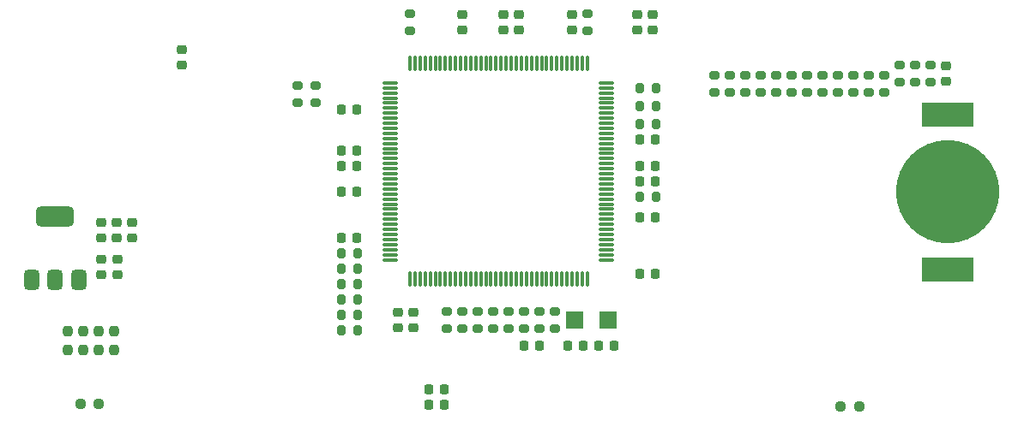
<source format=gbr>
%TF.GenerationSoftware,KiCad,Pcbnew,8.0.4*%
%TF.CreationDate,2024-08-16T16:49:31-07:00*%
%TF.ProjectId,SEWER,53455745-522e-46b6-9963-61645f706362,0*%
%TF.SameCoordinates,Original*%
%TF.FileFunction,Paste,Top*%
%TF.FilePolarity,Positive*%
%FSLAX46Y46*%
G04 Gerber Fmt 4.6, Leading zero omitted, Abs format (unit mm)*
G04 Created by KiCad (PCBNEW 8.0.4) date 2024-08-16 16:49:31*
%MOMM*%
%LPD*%
G01*
G04 APERTURE LIST*
G04 Aperture macros list*
%AMRoundRect*
0 Rectangle with rounded corners*
0 $1 Rounding radius*
0 $2 $3 $4 $5 $6 $7 $8 $9 X,Y pos of 4 corners*
0 Add a 4 corners polygon primitive as box body*
4,1,4,$2,$3,$4,$5,$6,$7,$8,$9,$2,$3,0*
0 Add four circle primitives for the rounded corners*
1,1,$1+$1,$2,$3*
1,1,$1+$1,$4,$5*
1,1,$1+$1,$6,$7*
1,1,$1+$1,$8,$9*
0 Add four rect primitives between the rounded corners*
20,1,$1+$1,$2,$3,$4,$5,0*
20,1,$1+$1,$4,$5,$6,$7,0*
20,1,$1+$1,$6,$7,$8,$9,0*
20,1,$1+$1,$8,$9,$2,$3,0*%
G04 Aperture macros list end*
%ADD10RoundRect,0.225000X0.225000X0.250000X-0.225000X0.250000X-0.225000X-0.250000X0.225000X-0.250000X0*%
%ADD11RoundRect,0.225000X0.250000X-0.225000X0.250000X0.225000X-0.250000X0.225000X-0.250000X-0.225000X0*%
%ADD12RoundRect,0.200000X-0.275000X0.200000X-0.275000X-0.200000X0.275000X-0.200000X0.275000X0.200000X0*%
%ADD13RoundRect,0.200000X0.200000X0.275000X-0.200000X0.275000X-0.200000X-0.275000X0.200000X-0.275000X0*%
%ADD14RoundRect,0.225000X-0.250000X0.225000X-0.250000X-0.225000X0.250000X-0.225000X0.250000X0.225000X0*%
%ADD15RoundRect,0.237500X0.237500X-0.250000X0.237500X0.250000X-0.237500X0.250000X-0.237500X-0.250000X0*%
%ADD16RoundRect,0.225000X-0.225000X-0.250000X0.225000X-0.250000X0.225000X0.250000X-0.225000X0.250000X0*%
%ADD17R,1.750000X1.800000*%
%ADD18RoundRect,0.200000X0.275000X-0.200000X0.275000X0.200000X-0.275000X0.200000X-0.275000X-0.200000X0*%
%ADD19RoundRect,0.200000X-0.200000X-0.275000X0.200000X-0.275000X0.200000X0.275000X-0.200000X0.275000X0*%
%ADD20RoundRect,0.237500X-0.250000X-0.237500X0.250000X-0.237500X0.250000X0.237500X-0.250000X0.237500X0*%
%ADD21R,5.105400X2.489200*%
%ADD22C,10.210800*%
%ADD23RoundRect,0.237500X0.250000X0.237500X-0.250000X0.237500X-0.250000X-0.237500X0.250000X-0.237500X0*%
%ADD24RoundRect,0.075000X-0.662500X-0.075000X0.662500X-0.075000X0.662500X0.075000X-0.662500X0.075000X0*%
%ADD25RoundRect,0.075000X-0.075000X-0.662500X0.075000X-0.662500X0.075000X0.662500X-0.075000X0.662500X0*%
%ADD26RoundRect,0.375000X0.375000X-0.625000X0.375000X0.625000X-0.375000X0.625000X-0.375000X-0.625000X0*%
%ADD27RoundRect,0.500000X1.400000X-0.500000X1.400000X0.500000X-1.400000X0.500000X-1.400000X-0.500000X0*%
G04 APERTURE END LIST*
D10*
%TO.C,C602*%
X60891720Y12839700D03*
X59341720Y12839700D03*
%TD*%
D11*
%TO.C,C320*%
X11856720Y19866700D03*
X11856720Y21416700D03*
%TD*%
%TO.C,C317*%
X51480720Y44068700D03*
X51480720Y45618700D03*
%TD*%
D12*
%TO.C,R411*%
X53512720Y16204700D03*
X53512720Y14554700D03*
%TD*%
D13*
%TO.C,R405*%
X35541720Y15887700D03*
X33891720Y15887700D03*
%TD*%
D14*
%TO.C,C322*%
X11783720Y25044700D03*
X11783720Y23494700D03*
%TD*%
D15*
%TO.C,R206*%
X9951720Y12435200D03*
X9951720Y14260200D03*
%TD*%
D12*
%TO.C,R611*%
X75356720Y39572700D03*
X75356720Y37922700D03*
%TD*%
D16*
%TO.C,C312*%
X63405720Y29095700D03*
X64955720Y29095700D03*
%TD*%
D12*
%TO.C,R605*%
X89072720Y40588700D03*
X89072720Y38938700D03*
%TD*%
D16*
%TO.C,C309*%
X51975720Y12839700D03*
X53525720Y12839700D03*
%TD*%
D13*
%TO.C,R418*%
X35541720Y18935700D03*
X33891720Y18935700D03*
%TD*%
%TO.C,R408*%
X35541720Y21983700D03*
X33891720Y21983700D03*
%TD*%
D10*
%TO.C,C304*%
X35491720Y28079700D03*
X33941720Y28079700D03*
%TD*%
D14*
%TO.C,C306*%
X39542720Y16154700D03*
X39542720Y14604700D03*
%TD*%
D10*
%TO.C,C201*%
X44127720Y8553700D03*
X42577720Y8553700D03*
%TD*%
D12*
%TO.C,R616*%
X72308720Y39572700D03*
X72308720Y37922700D03*
%TD*%
D16*
%TO.C,C311*%
X63405720Y33286700D03*
X64955720Y33286700D03*
%TD*%
D12*
%TO.C,R410*%
X50464720Y16204700D03*
X50464720Y14554700D03*
%TD*%
D15*
%TO.C,R205*%
X6903720Y12435200D03*
X6903720Y14260200D03*
%TD*%
D12*
%TO.C,R402*%
X45892720Y16204700D03*
X45892720Y14554700D03*
%TD*%
%TO.C,R604*%
X86024720Y39572700D03*
X86024720Y37922700D03*
%TD*%
%TO.C,R609*%
X81452720Y39572700D03*
X81452720Y37922700D03*
%TD*%
D17*
%TO.C,Y601*%
X56967720Y15379700D03*
X60217720Y15379700D03*
%TD*%
D18*
%TO.C,R305*%
X40685720Y44018700D03*
X40685720Y45668700D03*
%TD*%
D16*
%TO.C,C601*%
X56293720Y12839700D03*
X57843720Y12839700D03*
%TD*%
D19*
%TO.C,R619*%
X63355720Y38366700D03*
X65005720Y38366700D03*
%TD*%
D20*
%TO.C,R201*%
X8150220Y7124700D03*
X9975220Y7124700D03*
%TD*%
D10*
%TO.C,C305*%
X35491720Y23507700D03*
X33941720Y23507700D03*
%TD*%
D14*
%TO.C,C323*%
X13253720Y25044700D03*
X13253720Y23494700D03*
%TD*%
D12*
%TO.C,R404*%
X55036720Y16204700D03*
X55036720Y14554700D03*
%TD*%
D13*
%TO.C,R406*%
X35541720Y17411700D03*
X33891720Y17411700D03*
%TD*%
D10*
%TO.C,C202*%
X44127720Y7029700D03*
X42577720Y7029700D03*
%TD*%
D21*
%TO.C,B601*%
X93825921Y20429700D03*
X93825921Y35729700D03*
D22*
X93825921Y28079700D03*
%TD*%
D11*
%TO.C,C318*%
X56687720Y44068700D03*
X56687720Y45618700D03*
%TD*%
D18*
%TO.C,R301*%
X29636720Y36906700D03*
X29636720Y38556700D03*
%TD*%
D11*
%TO.C,C315*%
X49956720Y44068700D03*
X49956720Y45618700D03*
%TD*%
D10*
%TO.C,C303*%
X35491720Y32143700D03*
X33941720Y32143700D03*
%TD*%
D15*
%TO.C,R204*%
X11475720Y12435200D03*
X11475720Y14260200D03*
%TD*%
D12*
%TO.C,R413*%
X51988720Y16204700D03*
X51988720Y14554700D03*
%TD*%
%TO.C,R606*%
X90596720Y40588700D03*
X90596720Y38938700D03*
%TD*%
D14*
%TO.C,C603*%
X63164720Y45618700D03*
X63164720Y44068700D03*
%TD*%
D12*
%TO.C,R412*%
X48940720Y16204700D03*
X48940720Y14554700D03*
%TD*%
D16*
%TO.C,C310*%
X63405720Y30619700D03*
X64955720Y30619700D03*
%TD*%
D12*
%TO.C,R401*%
X47416720Y16204700D03*
X47416720Y14554700D03*
%TD*%
D13*
%TO.C,R407*%
X35541720Y20459700D03*
X33891720Y20459700D03*
%TD*%
D12*
%TO.C,R602*%
X79928720Y39572700D03*
X79928720Y37922700D03*
%TD*%
D14*
%TO.C,C314*%
X18206720Y42189700D03*
X18206720Y40639700D03*
%TD*%
D18*
%TO.C,R304*%
X58192720Y44025700D03*
X58192720Y45675700D03*
%TD*%
D19*
%TO.C,R618*%
X63355720Y36588700D03*
X65005720Y36588700D03*
%TD*%
D12*
%TO.C,R610*%
X84500720Y39572700D03*
X84500720Y37922700D03*
%TD*%
D23*
%TO.C,R202*%
X85032220Y6870700D03*
X83207220Y6870700D03*
%TD*%
D12*
%TO.C,R603*%
X82976720Y39572700D03*
X82976720Y37922700D03*
%TD*%
%TO.C,R403*%
X44368720Y16204700D03*
X44368720Y14554700D03*
%TD*%
D24*
%TO.C,U301*%
X38786220Y38861700D03*
X38786220Y38361700D03*
X38786220Y37861700D03*
X38786220Y37361700D03*
X38786220Y36861700D03*
X38786220Y36361700D03*
X38786220Y35861700D03*
X38786220Y35361700D03*
X38786220Y34861700D03*
X38786220Y34361700D03*
X38786220Y33861700D03*
X38786220Y33361700D03*
X38786220Y32861700D03*
X38786220Y32361700D03*
X38786220Y31861700D03*
X38786220Y31361700D03*
X38786220Y30861700D03*
X38786220Y30361700D03*
X38786220Y29861700D03*
X38786220Y29361700D03*
X38786220Y28861700D03*
X38786220Y28361700D03*
X38786220Y27861700D03*
X38786220Y27361700D03*
X38786220Y26861700D03*
X38786220Y26361700D03*
X38786220Y25861700D03*
X38786220Y25361700D03*
X38786220Y24861700D03*
X38786220Y24361700D03*
X38786220Y23861700D03*
X38786220Y23361700D03*
X38786220Y22861700D03*
X38786220Y22361700D03*
X38786220Y21861700D03*
X38786220Y21361700D03*
D25*
X40698720Y19449200D03*
X41198720Y19449200D03*
X41698720Y19449200D03*
X42198720Y19449200D03*
X42698720Y19449200D03*
X43198720Y19449200D03*
X43698720Y19449200D03*
X44198720Y19449200D03*
X44698720Y19449200D03*
X45198720Y19449200D03*
X45698720Y19449200D03*
X46198720Y19449200D03*
X46698720Y19449200D03*
X47198720Y19449200D03*
X47698720Y19449200D03*
X48198720Y19449200D03*
X48698720Y19449200D03*
X49198720Y19449200D03*
X49698720Y19449200D03*
X50198720Y19449200D03*
X50698720Y19449200D03*
X51198720Y19449200D03*
X51698720Y19449200D03*
X52198720Y19449200D03*
X52698720Y19449200D03*
X53198720Y19449200D03*
X53698720Y19449200D03*
X54198720Y19449200D03*
X54698720Y19449200D03*
X55198720Y19449200D03*
X55698720Y19449200D03*
X56198720Y19449200D03*
X56698720Y19449200D03*
X57198720Y19449200D03*
X57698720Y19449200D03*
X58198720Y19449200D03*
D24*
X60111220Y21361700D03*
X60111220Y21861700D03*
X60111220Y22361700D03*
X60111220Y22861700D03*
X60111220Y23361700D03*
X60111220Y23861700D03*
X60111220Y24361700D03*
X60111220Y24861700D03*
X60111220Y25361700D03*
X60111220Y25861700D03*
X60111220Y26361700D03*
X60111220Y26861700D03*
X60111220Y27361700D03*
X60111220Y27861700D03*
X60111220Y28361700D03*
X60111220Y28861700D03*
X60111220Y29361700D03*
X60111220Y29861700D03*
X60111220Y30361700D03*
X60111220Y30861700D03*
X60111220Y31361700D03*
X60111220Y31861700D03*
X60111220Y32361700D03*
X60111220Y32861700D03*
X60111220Y33361700D03*
X60111220Y33861700D03*
X60111220Y34361700D03*
X60111220Y34861700D03*
X60111220Y35361700D03*
X60111220Y35861700D03*
X60111220Y36361700D03*
X60111220Y36861700D03*
X60111220Y37361700D03*
X60111220Y37861700D03*
X60111220Y38361700D03*
X60111220Y38861700D03*
D25*
X58198720Y40774200D03*
X57698720Y40774200D03*
X57198720Y40774200D03*
X56698720Y40774200D03*
X56198720Y40774200D03*
X55698720Y40774200D03*
X55198720Y40774200D03*
X54698720Y40774200D03*
X54198720Y40774200D03*
X53698720Y40774200D03*
X53198720Y40774200D03*
X52698720Y40774200D03*
X52198720Y40774200D03*
X51698720Y40774200D03*
X51198720Y40774200D03*
X50698720Y40774200D03*
X50198720Y40774200D03*
X49698720Y40774200D03*
X49198720Y40774200D03*
X48698720Y40774200D03*
X48198720Y40774200D03*
X47698720Y40774200D03*
X47198720Y40774200D03*
X46698720Y40774200D03*
X46198720Y40774200D03*
X45698720Y40774200D03*
X45198720Y40774200D03*
X44698720Y40774200D03*
X44198720Y40774200D03*
X43698720Y40774200D03*
X43198720Y40774200D03*
X42698720Y40774200D03*
X42198720Y40774200D03*
X41698720Y40774200D03*
X41198720Y40774200D03*
X40698720Y40774200D03*
%TD*%
D11*
%TO.C,C316*%
X45892720Y44068700D03*
X45892720Y45618700D03*
%TD*%
D12*
%TO.C,R613*%
X73832720Y39572700D03*
X73832720Y37922700D03*
%TD*%
D13*
%TO.C,R417*%
X35541720Y14363700D03*
X33891720Y14363700D03*
%TD*%
D12*
%TO.C,R614*%
X76880720Y39572700D03*
X76880720Y37922700D03*
%TD*%
D11*
%TO.C,C319*%
X10259720Y19866700D03*
X10259720Y21416700D03*
%TD*%
D10*
%TO.C,C302*%
X35491720Y36207700D03*
X33941720Y36207700D03*
%TD*%
D13*
%TO.C,R303*%
X65005720Y27571700D03*
X63355720Y27571700D03*
%TD*%
D12*
%TO.C,R607*%
X87548720Y39572700D03*
X87548720Y37922700D03*
%TD*%
D14*
%TO.C,C308*%
X41066720Y16154700D03*
X41066720Y14604700D03*
%TD*%
D10*
%TO.C,C301*%
X35491720Y30619700D03*
X33941720Y30619700D03*
%TD*%
D14*
%TO.C,C321*%
X10259720Y25044700D03*
X10259720Y23494700D03*
%TD*%
D26*
%TO.C,U302*%
X3387720Y19341700D03*
X5687720Y19341700D03*
X7987720Y19341700D03*
D27*
X5687720Y25641700D03*
%TD*%
D14*
%TO.C,C604*%
X64688720Y45618700D03*
X64688720Y44068700D03*
%TD*%
D12*
%TO.C,R615*%
X70784720Y39572700D03*
X70784720Y37922700D03*
%TD*%
D19*
%TO.C,R617*%
X63355720Y34810700D03*
X65005720Y34810700D03*
%TD*%
D16*
%TO.C,C307*%
X63405720Y19951700D03*
X64955720Y19951700D03*
%TD*%
D15*
%TO.C,R203*%
X8427720Y12435200D03*
X8427720Y14260200D03*
%TD*%
D16*
%TO.C,C313*%
X63405720Y25539700D03*
X64955720Y25539700D03*
%TD*%
D12*
%TO.C,R608*%
X92120720Y40588700D03*
X92120720Y38938700D03*
%TD*%
D18*
%TO.C,R302*%
X31414720Y36906700D03*
X31414720Y38556700D03*
%TD*%
D11*
%TO.C,C605*%
X93644720Y38988700D03*
X93644720Y40538700D03*
%TD*%
D12*
%TO.C,R612*%
X78404720Y39572700D03*
X78404720Y37922700D03*
%TD*%
M02*

</source>
